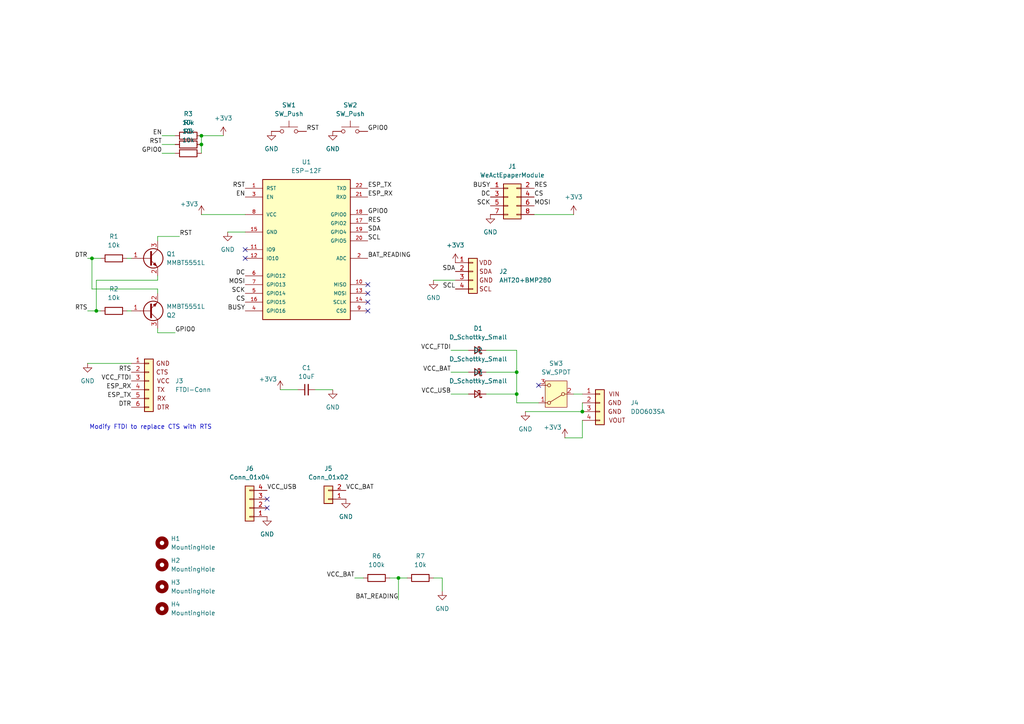
<source format=kicad_sch>
(kicad_sch (version 20250114) (generator "eeschema") (generator_version "9.0")
  (paper "A4")
  (lib_symbols
    (symbol "CapteurConnecte:AHT20+BMP280" (pin_names (offset 1.016) (hide yes))
      (property "Reference" "J" (at 0 5.08 0))
      (property "Value" "AHT20+BMP280" (at 0 -7.62 0))
      (symbol "AHT20+BMP280_1_1"
        (rectangle (start -1.27 3.81) (end 1.27 -6.35) (stroke (width 0.254)) (fill (type background)))
        (rectangle (start -1.27 2.667) (end 0 2.413) (stroke (width 0.1524)))
        (rectangle (start -1.27 0.127) (end 0 -0.127) (stroke (width 0.1524)))
        (rectangle (start -1.27 -2.413) (end 0 -2.667) (stroke (width 0.1524)))
        (rectangle (start -1.27 -4.953) (end 0 -5.207) (stroke (width 0.1524)))
        (text "VDD" (at 1.778 2.54 0) (effects (font (size 1.27 1.27)) (justify left)))
        (text "SDA" (at 1.778 0 0) (effects (font (size 1.27 1.27)) (justify left)))
        (text "GND" (at 1.778 -2.54 0) (effects (font (size 1.27 1.27)) (justify left)))
        (text "SCL" (at 1.778 -5.08 0) (effects (font (size 1.27 1.27)) (justify left)))
        (pin passive line (at -5.08 2.54 0) (length 3.81) (name "Pin_1") (number "1"))
        (pin passive line (at -5.08 0 0) (length 3.81) (name "Pin_2") (number "2"))
        (pin passive line (at -5.08 -2.54 0) (length 3.81) (name "Pin_3") (number "3"))
        (pin passive line (at -5.08 -5.08 0) (length 3.81) (name "Pin_4") (number "4"))
      )
    )
    (symbol "CapteurConnecte:DDO603SA" (pin_names (offset 1.016) (hide yes))
      (property "Reference" "J" (at 0 5.08 0))
      (property "Value" "DDO603SA" (at 0 -7.62 0))
      (symbol "DDO603SA_1_1"
        (rectangle (start -1.27 3.81) (end 1.27 -6.35) (stroke (width 0.254)) (fill (type background)))
        (rectangle (start -1.27 2.667) (end 0 2.413) (stroke (width 0.1524)))
        (rectangle (start -1.27 0.127) (end 0 -0.127) (stroke (width 0.1524)))
        (rectangle (start -1.27 -2.413) (end 0 -2.667) (stroke (width 0.1524)))
        (rectangle (start -1.27 -4.953) (end 0 -5.207) (stroke (width 0.1524)))
        (text "GND" (at 2.286 0 0) (effects (font (size 1.27 1.27)) (justify left)))
        (text "GND" (at 2.286 -2.54 0) (effects (font (size 1.27 1.27)) (justify left)))
        (text "VIN" (at 2.54 2.54 0) (effects (font (size 1.27 1.27)) (justify left)))
        (text "VOUT" (at 2.54 -5.08 0) (effects (font (size 1.27 1.27)) (justify left)))
        (pin passive line (at -5.08 2.54 0) (length 3.81) (name "Pin_1") (number "1"))
        (pin passive line (at -5.08 0 0) (length 3.81) (name "Pin_2") (number "2"))
        (pin passive line (at -5.08 -2.54 0) (length 3.81) (name "Pin_3") (number "3"))
        (pin passive line (at -5.08 -5.08 0) (length 3.81) (name "Pin_4") (number "4"))
      )
    )
    (symbol "CapteurConnecte:FTDI-Conn" (pin_names (offset 1.016) (hide yes))
      (property "Reference" "J" (at 0 7.62 0))
      (property "Value" "FTDI-Conn" (at 0 -10.16 0))
      (symbol "FTDI-Conn_1_1"
        (rectangle (start -1.27 6.35) (end 1.27 -8.89) (stroke (width 0.254)) (fill (type background)))
        (rectangle (start -1.27 5.207) (end 0 4.953) (stroke (width 0.1524)))
        (rectangle (start -1.27 2.667) (end 0 2.413) (stroke (width 0.1524)))
        (rectangle (start -1.27 0.127) (end 0 -0.127) (stroke (width 0.1524)))
        (rectangle (start -1.27 -2.413) (end 0 -2.667) (stroke (width 0.1524)))
        (rectangle (start -1.27 -4.953) (end 0 -5.207) (stroke (width 0.1524)))
        (rectangle (start -1.27 -7.493) (end 0 -7.747) (stroke (width 0.1524)))
        (text "GND" (at 2.032 5.08 0) (effects (font (size 1.27 1.27)) (justify left)))
        (text "CTS" (at 2.032 2.54 0) (effects (font (size 1.27 1.27)) (justify left)))
        (text "VCC" (at 2.286 0 0) (effects (font (size 1.27 1.27)) (justify left)))
        (text "TX" (at 2.286 -2.54 0) (effects (font (size 1.27 1.27)) (justify left)))
        (text "RX" (at 2.286 -5.08 0) (effects (font (size 1.27 1.27)) (justify left)))
        (text "DTR" (at 2.286 -7.62 0) (effects (font (size 1.27 1.27)) (justify left)))
        (pin passive line (at -5.08 5.08 0) (length 3.81) (name "Pin_1") (number "1"))
        (pin passive line (at -5.08 2.54 0) (length 3.81) (name "Pin_2") (number "2"))
        (pin passive line (at -5.08 0 0) (length 3.81) (name "Pin_3") (number "3"))
        (pin passive line (at -5.08 -2.54 0) (length 3.81) (name "Pin_4") (number "4"))
        (pin passive line (at -5.08 -5.08 0) (length 3.81) (name "Pin_5") (number "5"))
        (pin passive line (at -5.08 -7.62 0) (length 3.81) (name "Pin_6") (number "6"))
      )
    )
    (symbol "CapteurConnecte:WeActEpaperModule" (pin_names (offset 1.016) (hide yes))
      (property "Reference" "J" (at 1.27 5.08 0))
      (property "Value" "WeActEpaperModule" (at 1.27 -7.62 0))
      (symbol "WeActEpaperModule_1_1"
        (rectangle (start -1.27 3.81) (end 3.81 -6.35) (stroke (width 0.254)) (fill (type background)))
        (rectangle (start -1.27 2.667) (end 0 2.413) (stroke (width 0.1524)))
        (rectangle (start -1.27 0.127) (end 0 -0.127) (stroke (width 0.1524)))
        (rectangle (start -1.27 -2.413) (end 0 -2.667) (stroke (width 0.1524)))
        (rectangle (start -1.27 -4.953) (end 0 -5.207) (stroke (width 0.1524)))
        (rectangle (start 3.81 2.667) (end 2.54 2.413) (stroke (width 0.1524)))
        (rectangle (start 3.81 0.127) (end 2.54 -0.127) (stroke (width 0.1524)))
        (rectangle (start 3.81 -2.413) (end 2.54 -2.667) (stroke (width 0.1524)))
        (rectangle (start 3.81 -4.953) (end 2.54 -5.207) (stroke (width 0.1524)))
        (pin passive line (at -5.08 2.54 0) (length 3.81) (name "Pin_1") (number "1"))
        (pin passive line (at -5.08 0 0) (length 3.81) (name "Pin_3") (number "3"))
        (pin passive line (at -5.08 -2.54 0) (length 3.81) (name "Pin_5") (number "5"))
        (pin passive line (at -5.08 -5.08 0) (length 3.81) (name "Pin_7") (number "7"))
        (pin passive line (at 7.62 2.54 180) (length 3.81) (name "Pin_2") (number "2"))
        (pin passive line (at 7.62 0 180) (length 3.81) (name "Pin_4") (number "4"))
        (pin passive line (at 7.62 -2.54 180) (length 3.81) (name "Pin_6") (number "6"))
        (pin passive line (at 7.62 -5.08 180) (length 3.81) (name "Pin_8") (number "8"))
      )
    )
    (symbol "Connector_Generic:Conn_01x02" (pin_names (offset 1.016) (hide yes))
      (property "Reference" "J" (at 0 2.54 0))
      (property "Value" "Conn_01x02" (at 0 -5.08 0))
      (symbol "Conn_01x02_1_1"
        (rectangle (start -1.27 1.27) (end 1.27 -3.81) (stroke (width 0.254)) (fill (type background)))
        (rectangle (start -1.27 0.127) (end 0 -0.127) (stroke (width 0.1524)))
        (rectangle (start -1.27 -2.413) (end 0 -2.667) (stroke (width 0.1524)))
        (pin passive line (at -5.08 0 0) (length 3.81) (name "Pin_1") (number "1"))
        (pin passive line (at -5.08 -2.54 0) (length 3.81) (name "Pin_2") (number "2"))
      )
    )
    (symbol "Connector_Generic:Conn_01x04" (pin_names (offset 1.016) (hide yes))
      (property "Reference" "J" (at 0 5.08 0))
      (property "Value" "Conn_01x04" (at 0 -7.62 0))
      (symbol "Conn_01x04_1_1"
        (rectangle (start -1.27 3.81) (end 1.27 -6.35) (stroke (width 0.254)) (fill (type background)))
        (rectangle (start -1.27 2.667) (end 0 2.413) (stroke (width 0.1524)))
        (rectangle (start -1.27 0.127) (end 0 -0.127) (stroke (width 0.1524)))
        (rectangle (start -1.27 -2.413) (end 0 -2.667) (stroke (width 0.1524)))
        (rectangle (start -1.27 -4.953) (end 0 -5.207) (stroke (width 0.1524)))
        (pin passive line (at -5.08 2.54 0) (length 3.81) (name "Pin_1") (number "1"))
        (pin passive line (at -5.08 0 0) (length 3.81) (name "Pin_2") (number "2"))
        (pin passive line (at -5.08 -2.54 0) (length 3.81) (name "Pin_3") (number "3"))
        (pin passive line (at -5.08 -5.08 0) (length 3.81) (name "Pin_4") (number "4"))
      )
    )
    (symbol "Device:C_Small" (pin_numbers (hide yes)) (pin_names (offset 0.254) (hide yes))
      (property "Reference" "C" (at 0.254 1.778 0))
      (property "Value" "C_Small" (at 0.254 -2.032 0))
      (symbol "C_Small_0_1"
        (polyline (pts (xy -1.524 0.508) (xy 1.524 0.508)) (stroke (width 0.3048)))
        (polyline (pts (xy -1.524 -0.508) (xy 1.524 -0.508)) (stroke (width 0.3302)))
      )
      (symbol "C_Small_1_1"
        (pin passive line (at 0 2.54 270) (length 2.032) (name "~") (number "1"))
        (pin passive line (at 0 -2.54 90) (length 2.032) (name "~") (number "2"))
      )
    )
    (symbol "Device:D_Schottky_Small" (pin_numbers (hide yes)) (pin_names (offset 0.254) (hide yes))
      (property "Reference" "D" (at -1.27 2.032 0))
      (property "Value" "D_Schottky_Small" (at -7.112 -2.032 0))
      (symbol "D_Schottky_Small_0_1"
        (polyline (pts (xy -1.27 0.762) (xy -1.27 1.016) (xy -0.762 1.016) (xy -0.762 -1.016) (xy -0.254 -1.016) (xy -0.254 -0.762)) (stroke (width 0.254)))
        (polyline (pts (xy -0.762 0) (xy 0.762 0)))
        (polyline (pts (xy 0.762 -1.016) (xy -0.762 0) (xy 0.762 1.016) (xy 0.762 -1.016)) (stroke (width 0.254)))
      )
      (symbol "D_Schottky_Small_1_1"
        (pin passive line (at -2.54 0 0) (length 1.778) (name "K") (number "1"))
        (pin passive line (at 2.54 0 180) (length 1.778) (name "A") (number "2"))
      )
    )
    (symbol "Device:R" (pin_numbers (hide yes)) (pin_names (offset 0))
      (property "Reference" "R" (at 2.032 0 90))
      (property "Value" "R" (at 0 0 90))
      (symbol "R_0_1"
        (rectangle (start -1.016 -2.54) (end 1.016 2.54) (stroke (width 0.254)))
      )
      (symbol "R_1_1"
        (pin passive line (at 0 3.81 270) (length 1.27) (name "~") (number "1"))
        (pin passive line (at 0 -3.81 90) (length 1.27) (name "~") (number "2"))
      )
    )
    (symbol "ESP-12F:ESP-12F" (pin_names (offset 1.016))
      (property "Reference" "U" (at -12.7254 22.9057 0))
      (property "Value" "ESP-12F" (at -12.7237 -22.9026 0))
      (symbol "ESP-12F_0_0"
        (rectangle (start -12.7 -20.32) (end 12.7 20.32) (stroke (width 0.254)) (fill (type background)))
        (pin bidirectional line (at -17.78 17.78 0) (length 5.08) (name "RST") (number "1"))
        (pin bidirectional line (at -17.78 15.24 0) (length 5.08) (name "EN") (number "3"))
        (pin bidirectional line (at -17.78 10.16 0) (length 5.08) (name "VCC") (number "8"))
        (pin bidirectional line (at -17.78 5.08 0) (length 5.08) (name "GND") (number "15"))
        (pin bidirectional line (at -17.78 0 0) (length 5.08) (name "IO9") (number "11"))
        (pin bidirectional line (at -17.78 -2.54 0) (length 5.08) (name "IO10") (number "12"))
        (pin bidirectional line (at -17.78 -7.62 0) (length 5.08) (name "GPIO12") (number "6"))
        (pin bidirectional line (at -17.78 -10.16 0) (length 5.08) (name "GPIO13") (number "7"))
        (pin bidirectional line (at -17.78 -12.7 0) (length 5.08) (name "GPIO14") (number "5"))
        (pin bidirectional line (at -17.78 -15.24 0) (length 5.08) (name "GPIO15") (number "16"))
        (pin bidirectional line (at -17.78 -17.78 0) (length 5.08) (name "GPIO16") (number "4"))
        (pin bidirectional line (at 17.78 17.78 180) (length 5.08) (name "TXD") (number "22"))
        (pin bidirectional line (at 17.78 15.24 180) (length 5.08) (name "RXD") (number "21"))
        (pin bidirectional line (at 17.78 10.16 180) (length 5.08) (name "GPIO0") (number "18"))
        (pin bidirectional line (at 17.78 7.62 180) (length 5.08) (name "GPIO2") (number "17"))
        (pin bidirectional line (at 17.78 5.08 180) (length 5.08) (name "GPIO4") (number "19"))
        (pin bidirectional line (at 17.78 2.54 180) (length 5.08) (name "GPIO5") (number "20"))
        (pin bidirectional line (at 17.78 -2.54 180) (length 5.08) (name "ADC") (number "2"))
        (pin bidirectional line (at 17.78 -10.16 180) (length 5.08) (name "MISO") (number "10"))
        (pin bidirectional line (at 17.78 -12.7 180) (length 5.08) (name "MOSI") (number "13"))
        (pin bidirectional line (at 17.78 -15.24 180) (length 5.08) (name "SCLK") (number "14"))
        (pin bidirectional line (at 17.78 -17.78 180) (length 5.08) (name "CS0") (number "9"))
      )
    )
    (symbol "Mechanical:MountingHole" (pin_names (offset 1.016)) (in_bom no)
      (property "Reference" "H" (at 0 5.08 0))
      (property "Value" "MountingHole" (at 0 3.175 0))
      (symbol "MountingHole_0_1"
        (circle (center 0 0) (radius 1.27) (stroke (width 1.27)))
      )
    )
    (symbol "Switch:SW_Push" (pin_numbers (hide yes)) (pin_names (offset 1.016) (hide yes))
      (property "Reference" "SW" (at 1.27 2.54 0))
      (property "Value" "SW_Push" (at 0 -1.524 0))
      (symbol "SW_Push_0_1"
        (circle (center -2.032 0) (radius 0.508))
        (polyline (pts (xy 0 1.27) (xy 0 3.048)))
        (circle (center 2.032 0) (radius 0.508))
        (polyline (pts (xy 2.54 1.27) (xy -2.54 1.27)))
        (pin passive line (at -5.08 0 0) (length 2.54) (name "1") (number "1"))
        (pin passive line (at 5.08 0 180) (length 2.54) (name "2") (number "2"))
      )
    )
    (symbol "Switch:SW_SPDT" (pin_names (offset 0) (hide yes))
      (property "Reference" "SW" (at 0 5.08 0))
      (property "Value" "SW_SPDT" (at 0 -5.08 0))
      (symbol "SW_SPDT_0_1"
        (circle (center -2.032 0) (radius 0.4572))
        (polyline (pts (xy -1.651 0.254) (xy 1.651 2.286)))
        (circle (center 2.032 2.54) (radius 0.4572))
        (circle (center 2.032 -2.54) (radius 0.4572))
      )
      (symbol "SW_SPDT_1_1"
        (rectangle (start -3.175 3.81) (end 3.175 -3.81) (fill (type background)))
        (pin passive line (at -5.08 0 0) (length 2.54) (name "B") (number "2"))
        (pin passive line (at 5.08 2.54 180) (length 2.54) (name "A") (number "1"))
        (pin passive line (at 5.08 -2.54 180) (length 2.54) (name "C") (number "3"))
      )
    )
    (symbol "Transistor_BJT:MMBT5551L" (pin_names (offset 0) (hide yes))
      (property "Reference" "Q" (at 5.08 1.905 0))
      (property "Value" "MMBT5551L" (at 5.08 0 0))
      (symbol "MMBT5551L_0_1"
        (polyline (pts (xy -2.54 0) (xy 0.635 0)))
        (polyline (pts (xy 0.635 1.905) (xy 0.635 -1.905)) (stroke (width 0.508)))
        (circle (center 1.27 0) (radius 2.8194) (stroke (width 0.254)))
      )
      (symbol "MMBT5551L_1_1"
        (polyline (pts (xy 0.635 0.635) (xy 2.54 2.54)))
        (polyline (pts (xy 0.635 -0.635) (xy 2.54 -2.54)))
        (polyline (pts (xy 1.27 -1.778) (xy 1.778 -1.27) (xy 2.286 -2.286) (xy 1.27 -1.778)) (fill (type outline)))
        (pin input line (at -5.08 0 0) (length 2.54) (name "B") (number "1"))
        (pin passive line (at 2.54 5.08 270) (length 2.54) (name "C") (number "3"))
        (pin passive line (at 2.54 -5.08 90) (length 2.54) (name "E") (number "2"))
      )
    )
    (symbol "power:+3V3" (power) (pin_numbers (hide yes)) (pin_names (offset 0) (hide yes))
      (property "Value" "+3V3" (at 0 3.556 0))
      (symbol "+3V3_0_1"
        (polyline (pts (xy -0.762 1.27) (xy 0 2.54)))
        (polyline (pts (xy 0 2.54) (xy 0.762 1.27)))
        (polyline (pts (xy 0 0) (xy 0 2.54)))
      )
      (symbol "+3V3_1_1"
        (pin power_in line (at 0 0 90) (length 0) (name "~") (number "1"))
      )
    )
    (symbol "power:GND" (power) (pin_numbers (hide yes)) (pin_names (offset 0) (hide yes))
      (property "Value" "GND" (at 0 -3.81 0))
      (symbol "GND_0_1"
        (polyline (pts (xy 0 0) (xy 0 -1.27) (xy 1.27 -1.27) (xy 0 -2.54) (xy -1.27 -1.27) (xy 0 -1.27)))
      )
      (symbol "GND_1_1"
        (pin power_in line (at 0 0 270) (length 0) (name "~") (number "1"))
      )
    )
  )
  (text "Modify FTDI to replace CTS with RTS" (at 43.688 123.952 0) (effects (font (size 1.27 1.27))))
  (junction (at 168.91 119.38))
  (junction (at 58.42 41.91))
  (junction (at 58.42 39.37))
  (junction (at 26.67 74.93))
  (junction (at 115.57 167.64))
  (junction (at 149.86 107.95))
  (junction (at 149.86 114.3))
  (junction (at 27.94 90.17))
  (no_connect (at 106.68 90.17))
  (no_connect (at 77.47 144.78))
  (no_connect (at 106.68 82.55))
  (no_connect (at 106.68 87.63))
  (no_connect (at 71.12 74.93))
  (no_connect (at 106.68 85.09))
  (no_connect (at 156.21 111.76))
  (no_connect (at 77.47 147.32))
  (no_connect (at 71.12 72.39))
  (wire (pts (xy 26.67 83.82) (xy 45.72 83.82)))
  (wire (pts (xy 140.97 107.95) (xy 149.86 107.95)))
  (wire (pts (xy 45.72 96.52) (xy 45.72 95.25)))
  (wire (pts (xy 113.03 167.64) (xy 115.57 167.64)))
  (wire (pts (xy 45.72 81.28) (xy 45.72 80.01)))
  (wire (pts (xy 125.73 167.64) (xy 128.27 167.64)))
  (wire (pts (xy 125.73 81.28) (xy 132.08 81.28)))
  (wire (pts (xy 130.81 107.95) (xy 135.89 107.95)))
  (wire (pts (xy 45.72 83.82) (xy 45.72 85.09)))
  (wire (pts (xy 36.83 74.93) (xy 38.1 74.93)))
  (wire (pts (xy 102.87 167.64) (xy 105.41 167.64)))
  (wire (pts (xy 58.42 62.23) (xy 71.12 62.23)))
  (wire (pts (xy 156.21 116.84) (xy 149.86 116.84)))
  (wire (pts (xy 149.86 101.6) (xy 149.86 107.95)))
  (wire (pts (xy 27.94 90.17) (xy 29.21 90.17)))
  (wire (pts (xy 26.67 74.93) (xy 29.21 74.93)))
  (wire (pts (xy 58.42 41.91) (xy 58.42 44.45)))
  (wire (pts (xy 36.83 90.17) (xy 38.1 90.17)))
  (wire (pts (xy 149.86 116.84) (xy 149.86 114.3)))
  (wire (pts (xy 45.72 81.28) (xy 27.94 81.28)))
  (wire (pts (xy 91.44 113.03) (xy 96.52 113.03)))
  (wire (pts (xy 166.37 114.3) (xy 168.91 114.3)))
  (wire (pts (xy 152.4 119.38) (xy 168.91 119.38)))
  (wire (pts (xy 45.72 68.58) (xy 52.07 68.58)))
  (wire (pts (xy 26.67 74.93) (xy 26.67 83.82)))
  (wire (pts (xy 140.97 114.3) (xy 149.86 114.3)))
  (wire (pts (xy 149.86 107.95) (xy 149.86 114.3)))
  (wire (pts (xy 50.8 96.52) (xy 45.72 96.52)))
  (wire (pts (xy 50.8 44.45) (xy 46.99 44.45)))
  (wire (pts (xy 168.91 127) (xy 163.83 127)))
  (wire (pts (xy 25.4 74.93) (xy 26.67 74.93)))
  (wire (pts (xy 27.94 81.28) (xy 27.94 90.17)))
  (wire (pts (xy 130.81 101.6) (xy 135.89 101.6)))
  (wire (pts (xy 168.91 116.84) (xy 168.91 119.38)))
  (wire (pts (xy 50.8 41.91) (xy 46.99 41.91)))
  (wire (pts (xy 128.27 167.64) (xy 128.27 171.45)))
  (wire (pts (xy 140.97 101.6) (xy 149.86 101.6)))
  (wire (pts (xy 66.04 67.31) (xy 71.12 67.31)))
  (wire (pts (xy 81.28 113.03) (xy 86.36 113.03)))
  (wire (pts (xy 25.4 105.41) (xy 38.1 105.41)))
  (wire (pts (xy 118.11 167.64) (xy 115.57 167.64)))
  (wire (pts (xy 168.91 121.92) (xy 168.91 127)))
  (wire (pts (xy 45.72 68.58) (xy 45.72 69.85)))
  (wire (pts (xy 154.94 62.23) (xy 166.37 62.23)))
  (wire (pts (xy 58.42 39.37) (xy 64.77 39.37)))
  (wire (pts (xy 58.42 39.37) (xy 58.42 41.91)))
  (wire (pts (xy 130.81 114.3) (xy 135.89 114.3)))
  (wire (pts (xy 25.4 90.17) (xy 27.94 90.17)))
  (wire (pts (xy 115.57 167.64) (xy 115.57 173.99)))
  (wire (pts (xy 50.8 39.37) (xy 46.99 39.37)))
  (label "DTR" (at 25.4 74.93 180))
  (label "MOSI" (at 154.94 59.69 0))
  (label "RST" (at 52.07 68.58 0))
  (label "RST" (at 71.12 54.61 180))
  (label "RST" (at 88.9 38.1 0))
  (label "VCC_BAT" (at 102.87 167.64 180))
  (label "BAT_READING" (at 106.68 74.93 0))
  (label "VCC_FTDI" (at 38.1 110.49 180))
  (label "VCC_USB" (at 130.81 114.3 180))
  (label "SDA" (at 106.68 67.31 0))
  (label "GPIO0" (at 46.99 44.45 180))
  (label "SCK" (at 142.24 59.69 180))
  (label "RTS" (at 25.4 90.17 180))
  (label "CS" (at 71.12 87.63 180))
  (label "GPIO0" (at 106.68 38.1 0))
  (label "BAT_READING" (at 115.57 173.99 180))
  (label "BUSY" (at 71.12 90.17 180))
  (label "RES" (at 106.68 64.77 0))
  (label "RES" (at 154.94 54.61 0))
  (label "VCC_BAT" (at 130.81 107.95 180))
  (label "ESP_RX" (at 38.1 113.03 180))
  (label "VCC_FTDI" (at 130.81 101.6 180))
  (label "SDA" (at 132.08 78.74 180))
  (label "SCL" (at 132.08 83.82 180))
  (label "EN" (at 71.12 57.15 180))
  (label "RTS" (at 38.1 107.95 180))
  (label "ESP_TX" (at 106.68 54.61 0))
  (label "SCL" (at 106.68 69.85 0))
  (label "CS" (at 154.94 57.15 0))
  (label "GPIO0" (at 50.8 96.52 0))
  (label "BUSY" (at 142.24 54.61 180))
  (label "VCC_BAT" (at 100.33 142.24 0))
  (label "GPIO0" (at 106.68 62.23 0))
  (label "DTR" (at 38.1 118.11 180))
  (label "VCC_USB" (at 77.47 142.24 0))
  (label "DC" (at 71.12 80.01 180))
  (label "ESP_RX" (at 106.68 57.15 0))
  (label "DC" (at 142.24 57.15 180))
  (label "ESP_TX" (at 38.1 115.57 180))
  (label "SCK" (at 71.12 85.09 180))
  (label "RST" (at 46.99 41.91 180))
  (label "MOSI" (at 71.12 82.55 180))
  (label "EN" (at 46.99 39.37 180))
  (symbol (lib_id "Device:R") (at 33.02 74.93 90) (unit 1)
    (property "Reference" "R1" (at 33.02 68.58 90))
    (property "Value" "10k" (at 33.02 71.12 90))
    (property "Footprint" "Resistor_SMD:R_0805_2012Metric_Pad1.20x1.40mm_HandSolder" (effects (hide yes)))
    (property "Description" "Resistor" (effects (hide yes)))
  )
  (symbol (lib_id "power:+3V3") (at 64.77 39.37 0) (unit 1)
    (property "Reference" "#PWR07" (effects (hide yes)))
    (property "Value" "+3V3" (at 64.77 34.29 0))
    (property "Description" "Power symbol creates a global label with name \"+3V3\"" (effects (hide yes)))
  )
  (symbol (lib_id "power:+3V3") (at 81.28 113.03 0) (unit 1)
    (property "Reference" "#PWR011" (effects (hide yes)))
    (property "Value" "+3V3" (at 77.724 109.982 0))
    (property "Description" "Power symbol creates a global label with name \"+3V3\"" (effects (hide yes)))
  )
  (symbol (lib_id "Device:R") (at 33.02 90.17 90) (unit 1)
    (property "Reference" "R2" (at 33.02 83.82 90))
    (property "Value" "10k" (at 33.02 86.36 90))
    (property "Footprint" "Resistor_SMD:R_0805_2012Metric_Pad1.20x1.40mm_HandSolder" (effects (hide yes)))
    (property "Description" "Resistor" (effects (hide yes)))
  )
  (symbol (lib_id "power:GND") (at 96.52 38.1 0) (unit 1)
    (property "Reference" "#PWR012" (effects (hide yes)))
    (property "Value" "GND" (at 96.52 43.18 0))
    (property "Description" "Power symbol creates a global label with name \"GND\" , ground" (effects (hide yes)))
  )
  (symbol (lib_id "CapteurConnecte:FTDI-Conn") (at 43.18 110.49 0) (unit 1)
    (property "Reference" "J3" (at 50.8 110.4899 0) (effects (justify left)))
    (property "Value" "FTDI-Conn" (at 50.8 113.0299 0) (effects (justify left)))
    (property "Footprint" "CapteurConnecte:FTDI-breakout" (effects (hide yes)))
    (property "Description" "Generic connector, single row, 01x06, script generated (kicad-library-utils/schlib/autogen/connector/)" (effects (hide yes)))
  )
  (symbol (lib_id "power:GND") (at 96.52 113.03 0) (unit 1)
    (property "Reference" "#PWR013" (effects (hide yes)))
    (property "Value" "GND" (at 96.52 118.11 0))
    (property "Description" "Power symbol creates a global label with name \"GND\" , ground" (effects (hide yes)))
  )
  (symbol (lib_id "Device:D_Schottky_Small") (at 138.43 101.6 180) (unit 1)
    (property "Reference" "D1" (at 138.684 95.25 0))
    (property "Value" "D_Schottky_Small" (at 138.684 97.79 0))
    (property "Footprint" "Diode_SMD:D_SOD-323_HandSoldering" (effects (hide yes)))
    (property "Description" "Schottky diode, small symbol" (effects (hide yes)))
  )
  (symbol (lib_id "power:GND") (at 100.33 144.78 0) (unit 1)
    (property "Reference" "#PWR015" (effects (hide yes)))
    (property "Value" "GND" (at 100.33 149.86 0))
    (property "Description" "Power symbol creates a global label with name \"GND\" , ground" (effects (hide yes)))
  )
  (symbol (lib_id "Connector_Generic:Conn_01x04") (at 72.39 147.32 180) (unit 1)
    (property "Reference" "J6" (at 72.39 135.89 0))
    (property "Value" "Conn_01x04" (at 72.39 138.43 0))
    (property "Footprint" "CapteurConnecte:USBC-breakout" (effects (hide yes)))
    (property "Description" "Generic connector, single row, 01x04, script generated (kicad-library-utils/schlib/autogen/connector/)" (effects (hide yes)))
  )
  (symbol (lib_id "power:GND") (at 142.24 62.23 0) (unit 1)
    (property "Reference" "#PWR03" (effects (hide yes)))
    (property "Value" "GND" (at 142.24 67.31 0))
    (property "Description" "Power symbol creates a global label with name \"GND\" , ground" (effects (hide yes)))
  )
  (symbol (lib_id "Switch:SW_SPDT") (at 161.29 114.3 180) (unit 1)
    (property "Reference" "SW3" (at 161.29 105.41 0))
    (property "Value" "SW_SPDT" (at 161.29 107.95 0))
    (property "Footprint" "CapteurConnecte:SliderSwitch" (effects (hide yes)))
    (property "Description" "Switch, single pole double throw" (effects (hide yes)))
  )
  (symbol (lib_id "Mechanical:MountingHole") (at 46.99 157.48 0) (unit 1) (in_bom no)
    (property "Reference" "H1" (at 49.53 156.2099 0) (effects (justify left)))
    (property "Value" "MountingHole" (at 49.53 158.7499 0) (effects (justify left)))
    (property "Footprint" "MountingHole:MountingHole_3.2mm_M3" (effects (hide yes)))
    (property "Description" "Mounting Hole without connection" (effects (hide yes)))
  )
  (symbol (lib_id "Transistor_BJT:MMBT5551L") (at 43.18 90.17 0) (mirror x) (unit 1)
    (property "Reference" "Q2" (at 48.26 91.4401 0) (effects (justify left)))
    (property "Value" "MMBT5551L" (at 48.26 88.9001 0) (effects (justify left)))
    (property "Footprint" "Package_TO_SOT_SMD:SOT-23" (effects (hide yes)))
    (property "Datasheet" "www.onsemi.com/pub/Collateral/MMBT5550LT1-D.PDF" (effects (hide yes)))
    (property "Description" "0.6A Ic, 160V Vce, NPN Transistor, SOT-23" (effects (hide yes)))
  )
  (symbol (lib_id "Device:D_Schottky_Small") (at 138.43 107.95 180) (unit 1)
    (property "Reference" "D2" (at 138.684 101.6 0))
    (property "Value" "D_Schottky_Small" (at 138.684 104.14 0))
    (property "Footprint" "Diode_SMD:D_SOD-323_HandSoldering" (effects (hide yes)))
    (property "Description" "Schottky diode, small symbol" (effects (hide yes)))
  )
  (symbol (lib_id "power:GND") (at 152.4 119.38 0) (unit 1)
    (property "Reference" "#PWR014" (effects (hide yes)))
    (property "Value" "GND" (at 152.4 124.46 0))
    (property "Description" "Power symbol creates a global label with name \"GND\" , ground" (effects (hide yes)))
  )
  (symbol (lib_id "CapteurConnecte:DDO603SA") (at 173.99 116.84 0) (unit 1)
    (property "Reference" "J4" (at 182.88 116.8399 0) (effects (justify left)))
    (property "Value" "DDO603SA" (at 182.88 119.3799 0) (effects (justify left)))
    (property "Footprint" "CapteurConnecte:DD0603SB" (effects (hide yes)))
    (property "Description" "Generic connector, single row, 01x04, script generated (kicad-library-utils/schlib/autogen/connector/)" (effects (hide yes)))
  )
  (symbol (lib_id "ESP-12F:ESP-12F") (at 88.9 72.39 0) (unit 1)
    (property "Reference" "U1" (at 88.9 46.99 0))
    (property "Value" "ESP-12F" (at 88.9 49.53 0))
    (property "Footprint" "CapteurConnecte:ESP-12F" (effects (hide yes)))
    (property "MF" "AI-Thinker" (effects (hide yes)))
    (property "Description_1" "WiFi Module" (effects (hide yes)))
    (property "Package" "Package" (effects (hide yes)))
    (property "Price" "None" (effects (hide yes)))
    (property "SnapEDA_Link" "https://www.snapeda.com/parts/ESP-12F/AI-Thinker/view-part/?ref=snap" (effects (hide yes)))
    (property "MP" "ESP-12F" (effects (hide yes)))
    (property "Availability" "Not in stock" (effects (hide yes)))
    (property "Check_prices" "https://www.snapeda.com/parts/ESP-12F/AI-Thinker/view-part/?ref=eda" (effects (hide yes)))
  )
  (symbol (lib_id "Transistor_BJT:MMBT5551L") (at 43.18 74.93 0) (unit 1)
    (property "Reference" "Q1" (at 48.26 73.6599 0) (effects (justify left)))
    (property "Value" "MMBT5551L" (at 48.26 76.1999 0) (effects (justify left)))
    (property "Footprint" "Package_TO_SOT_SMD:SOT-23" (effects (hide yes)))
    (property "Datasheet" "www.onsemi.com/pub/Collateral/MMBT5550LT1-D.PDF" (effects (hide yes)))
    (property "Description" "0.6A Ic, 160V Vce, NPN Transistor, SOT-23" (effects (hide yes)))
  )
  (symbol (lib_id "Mechanical:MountingHole") (at 46.99 163.83 0) (unit 1) (in_bom no)
    (property "Reference" "H2" (at 49.53 162.5599 0) (effects (justify left)))
    (property "Value" "MountingHole" (at 49.53 165.0999 0) (effects (justify left)))
    (property "Footprint" "MountingHole:MountingHole_3.2mm_M3" (effects (hide yes)))
    (property "Description" "Mounting Hole without connection" (effects (hide yes)))
  )
  (symbol (lib_id "Connector_Generic:Conn_01x02") (at 95.25 144.78 180) (unit 1)
    (property "Reference" "J5" (at 95.25 135.89 0))
    (property "Value" "Conn_01x02" (at 95.25 138.43 0))
    (property "Footprint" "Connector_JST:JST_PH_B2B-PH-K_1x02_P2.00mm_Vertical" (effects (hide yes)))
    (property "Description" "Generic connector, single row, 01x02, script generated (kicad-library-utils/schlib/autogen/connector/)" (effects (hide yes)))
  )
  (symbol (lib_id "power:GND") (at 66.04 67.31 0) (unit 1)
    (property "Reference" "#PWR02" (effects (hide yes)))
    (property "Value" "GND" (at 66.04 72.39 0))
    (property "Description" "Power symbol creates a global label with name \"GND\" , ground" (effects (hide yes)))
  )
  (symbol (lib_id "CapteurConnecte:WeActEpaperModule") (at 147.32 57.15 0) (unit 1)
    (property "Reference" "J1" (at 148.59 48.26 0))
    (property "Value" "WeActEpaperModule" (at 148.59 50.8 0))
    (property "Footprint" "Connector_PinHeader_2.54mm:PinHeader_2x04_P2.54mm_Vertical" (effects (hide yes)))
    (property "Description" "Generic connector, double row, 02x04, odd/even pin numbering scheme (row 1 odd numbers, row 2 even numbers), script generated (kicad-library-utils/schlib/autogen/connector/)" (effects (hide yes)))
  )
  (symbol (lib_id "Device:R") (at 54.61 44.45 90) (unit 1)
    (property "Reference" "R5" (at 54.61 38.1 90))
    (property "Value" "10k" (at 54.61 40.64 90))
    (property "Footprint" "Resistor_SMD:R_0805_2012Metric_Pad1.20x1.40mm_HandSolder" (effects (hide yes)))
    (property "Description" "Resistor" (effects (hide yes)))
  )
  (symbol (lib_id "Device:D_Schottky_Small") (at 138.43 114.3 180) (unit 1)
    (property "Reference" "D3" (at 138.684 107.95 0))
    (property "Value" "D_Schottky_Small" (at 138.684 110.49 0))
    (property "Footprint" "Diode_SMD:D_SOD-323_HandSoldering" (effects (hide yes)))
    (property "Description" "Schottky diode, small symbol" (effects (hide yes)))
  )
  (symbol (lib_id "Device:C_Small") (at 88.9 113.03 90) (unit 1)
    (property "Reference" "C1" (at 88.9063 106.68 90))
    (property "Value" "10uF" (at 88.9063 109.22 90))
    (property "Footprint" "Capacitor_THT:CP_Radial_D4.0mm_P1.50mm" (effects (hide yes)))
    (property "Description" "Unpolarized capacitor, small symbol" (effects (hide yes)))
  )
  (symbol (lib_id "Device:R") (at 54.61 39.37 90) (unit 1)
    (property "Reference" "R3" (at 54.61 33.02 90))
    (property "Value" "10k" (at 54.61 35.56 90))
    (property "Footprint" "Resistor_SMD:R_0805_2012Metric_Pad1.20x1.40mm_HandSolder" (effects (hide yes)))
    (property "Description" "Resistor" (effects (hide yes)))
  )
  (symbol (lib_id "power:+3V3") (at 163.83 127 0) (unit 1)
    (property "Reference" "#PWR08" (effects (hide yes)))
    (property "Value" "+3V3" (at 160.274 123.952 0))
    (property "Description" "Power symbol creates a global label with name \"+3V3\"" (effects (hide yes)))
  )
  (symbol (lib_id "power:GND") (at 77.47 149.86 0) (unit 1)
    (property "Reference" "#PWR016" (effects (hide yes)))
    (property "Value" "GND" (at 77.47 154.94 0))
    (property "Description" "Power symbol creates a global label with name \"GND\" , ground" (effects (hide yes)))
  )
  (symbol (lib_id "power:GND") (at 25.4 105.41 0) (unit 1)
    (property "Reference" "#PWR010" (effects (hide yes)))
    (property "Value" "GND" (at 25.4 110.49 0))
    (property "Description" "Power symbol creates a global label with name \"GND\" , ground" (effects (hide yes)))
  )
  (symbol (lib_id "Mechanical:MountingHole") (at 46.99 176.53 0) (unit 1) (in_bom no)
    (property "Reference" "H4" (at 49.53 175.2599 0) (effects (justify left)))
    (property "Value" "MountingHole" (at 49.53 177.7999 0) (effects (justify left)))
    (property "Footprint" "MountingHole:MountingHole_3.2mm_M3" (effects (hide yes)))
    (property "Description" "Mounting Hole without connection" (effects (hide yes)))
  )
  (symbol (lib_id "power:GND") (at 128.27 171.45 0) (unit 1)
    (property "Reference" "#PWR0115" (effects (hide yes)))
    (property "Value" "GND" (at 128.27 176.53 0))
  )
  (symbol (lib_id "Switch:SW_Push") (at 83.82 38.1 0) (unit 1)
    (property "Reference" "SW1" (at 83.82 30.48 0))
    (property "Value" "SW_Push" (at 83.82 33.02 0))
    (property "Footprint" "Button_Switch_SMD:SW_SPST_CK_RS282G05A3" (effects (hide yes)))
    (property "Description" "Push button switch, generic, two pins" (effects (hide yes)))
  )
  (symbol (lib_id "power:+3V3") (at 58.42 62.23 0) (unit 1)
    (property "Reference" "#PWR01" (effects (hide yes)))
    (property "Value" "+3V3" (at 54.864 59.182 0))
    (property "Description" "Power symbol creates a global label with name \"+3V3\"" (effects (hide yes)))
  )
  (symbol (lib_id "Device:R") (at 54.61 41.91 90) (unit 1)
    (property "Reference" "R4" (at 54.61 35.56 90))
    (property "Value" "10k" (at 54.61 38.1 90))
    (property "Footprint" "Resistor_SMD:R_0805_2012Metric_Pad1.20x1.40mm_HandSolder" (effects (hide yes)))
    (property "Description" "Resistor" (effects (hide yes)))
  )
  (symbol (lib_id "power:GND") (at 78.74 38.1 0) (unit 1)
    (property "Reference" "#PWR09" (effects (hide yes)))
    (property "Value" "GND" (at 78.74 43.18 0))
    (property "Description" "Power symbol creates a global label with name \"GND\" , ground" (effects (hide yes)))
  )
  (symbol (lib_id "Switch:SW_Push") (at 101.6 38.1 0) (unit 1)
    (property "Reference" "SW2" (at 101.6 30.48 0))
    (property "Value" "SW_Push" (at 101.6 33.02 0))
    (property "Footprint" "Button_Switch_SMD:SW_SPST_CK_RS282G05A3" (effects (hide yes)))
    (property "Description" "Push button switch, generic, two pins" (effects (hide yes)))
  )
  (symbol (lib_id "Mechanical:MountingHole") (at 46.99 170.18 0) (unit 1) (in_bom no)
    (property "Reference" "H3" (at 49.53 168.9099 0) (effects (justify left)))
    (property "Value" "MountingHole" (at 49.53 171.4499 0) (effects (justify left)))
    (property "Footprint" "MountingHole:MountingHole_3.2mm_M3" (effects (hide yes)))
    (property "Description" "Mounting Hole without connection" (effects (hide yes)))
  )
  (symbol (lib_id "power:GND") (at 125.73 81.28 0) (unit 1)
    (property "Reference" "#PWR06" (effects (hide yes)))
    (property "Value" "GND" (at 125.73 86.36 0))
    (property "Description" "Power symbol creates a global label with name \"GND\" , ground" (effects (hide yes)))
  )
  (symbol (lib_id "power:+3V3") (at 166.37 62.23 0) (unit 1)
    (property "Reference" "#PWR04" (effects (hide yes)))
    (property "Value" "+3V3" (at 166.37 57.15 0))
    (property "Description" "Power symbol creates a global label with name \"+3V3\"" (effects (hide yes)))
  )
  (symbol (lib_id "power:+3V3") (at 132.08 76.2 0) (unit 1)
    (property "Reference" "#PWR05" (effects (hide yes)))
    (property "Value" "+3V3" (at 132.08 71.12 0))
    (property "Description" "Power symbol creates a global label with name \"+3V3\"" (effects (hide yes)))
  )
  (symbol (lib_id "Device:R") (at 109.22 167.64 90) (unit 1)
    (property "Reference" "R6" (at 109.22 161.29 90))
    (property "Value" "100k" (at 109.22 163.83 90))
    (property "Footprint" "Resistor_SMD:R_0805_2012Metric_Pad1.20x1.40mm_HandSolder" (effects (hide yes)))
  )
  (symbol (lib_id "Device:R") (at 121.92 167.64 90) (unit 1)
    (property "Reference" "R7" (at 121.92 161.29 90))
    (property "Value" "10k" (at 121.92 163.83 90))
    (property "Footprint" "Resistor_SMD:R_0805_2012Metric_Pad1.20x1.40mm_HandSolder" (effects (hide yes)))
  )
  (symbol (lib_id "CapteurConnecte:AHT20+BMP280") (at 137.16 78.74 0) (unit 1)
    (property "Reference" "J2" (at 144.78 78.7399 0) (effects (justify left)))
    (property "Value" "AHT20+BMP280" (at 144.78 81.2799 0) (effects (justify left)))
    (property "Footprint" "CapteurConnecte:AHT20+BMP280" (effects (hide yes)))
  )
)
</source>
